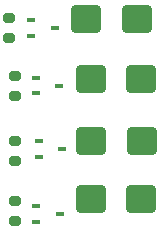
<source format=gbr>
%TF.GenerationSoftware,KiCad,Pcbnew,7.0.8-7.0.8~ubuntu22.04.1*%
%TF.CreationDate,2023-10-18T14:35:01-07:00*%
%TF.ProjectId,SolenoidDriver,536f6c65-6e6f-4696-9444-72697665722e,rev?*%
%TF.SameCoordinates,Original*%
%TF.FileFunction,Paste,Top*%
%TF.FilePolarity,Positive*%
%FSLAX46Y46*%
G04 Gerber Fmt 4.6, Leading zero omitted, Abs format (unit mm)*
G04 Created by KiCad (PCBNEW 7.0.8-7.0.8~ubuntu22.04.1) date 2023-10-18 14:35:01*
%MOMM*%
%LPD*%
G01*
G04 APERTURE LIST*
G04 Aperture macros list*
%AMRoundRect*
0 Rectangle with rounded corners*
0 $1 Rounding radius*
0 $2 $3 $4 $5 $6 $7 $8 $9 X,Y pos of 4 corners*
0 Add a 4 corners polygon primitive as box body*
4,1,4,$2,$3,$4,$5,$6,$7,$8,$9,$2,$3,0*
0 Add four circle primitives for the rounded corners*
1,1,$1+$1,$2,$3*
1,1,$1+$1,$4,$5*
1,1,$1+$1,$6,$7*
1,1,$1+$1,$8,$9*
0 Add four rect primitives between the rounded corners*
20,1,$1+$1,$2,$3,$4,$5,0*
20,1,$1+$1,$4,$5,$6,$7,0*
20,1,$1+$1,$6,$7,$8,$9,0*
20,1,$1+$1,$8,$9,$2,$3,0*%
G04 Aperture macros list end*
%ADD10RoundRect,0.200000X0.275000X-0.200000X0.275000X0.200000X-0.275000X0.200000X-0.275000X-0.200000X0*%
%ADD11R,0.700000X0.450000*%
%ADD12RoundRect,0.250000X-1.000000X-0.900000X1.000000X-0.900000X1.000000X0.900000X-1.000000X0.900000X0*%
G04 APERTURE END LIST*
D10*
%TO.C,R1*%
X84582000Y-59531000D03*
X84582000Y-57881000D03*
%TD*%
D11*
%TO.C,Q1*%
X86360000Y-58310000D03*
X86360000Y-59610000D03*
X88360000Y-58960000D03*
%TD*%
D12*
%TO.C,D1*%
X95250000Y-57690000D03*
X90950000Y-57690000D03*
%TD*%
D10*
%TO.C,R4*%
X84074000Y-44053305D03*
X84074000Y-42403305D03*
%TD*%
%TO.C,R3*%
X84582000Y-47308083D03*
X84582000Y-48958083D03*
%TD*%
%TO.C,R2*%
X84582000Y-52801000D03*
X84582000Y-54451000D03*
%TD*%
D11*
%TO.C,Q4*%
X85941111Y-42573861D03*
X85941111Y-43873861D03*
X87941111Y-43223861D03*
%TD*%
%TO.C,Q3*%
X86286359Y-47436503D03*
X86286359Y-48736503D03*
X88286359Y-48086503D03*
%TD*%
%TO.C,Q2*%
X86537800Y-52808600D03*
X86537800Y-54108600D03*
X88537800Y-53458600D03*
%TD*%
D12*
%TO.C,D4*%
X94860000Y-42450000D03*
X90560000Y-42450000D03*
%TD*%
%TO.C,D3*%
X90950000Y-47530000D03*
X95250000Y-47530000D03*
%TD*%
%TO.C,D2*%
X91009719Y-52742740D03*
X95309719Y-52742740D03*
%TD*%
M02*

</source>
